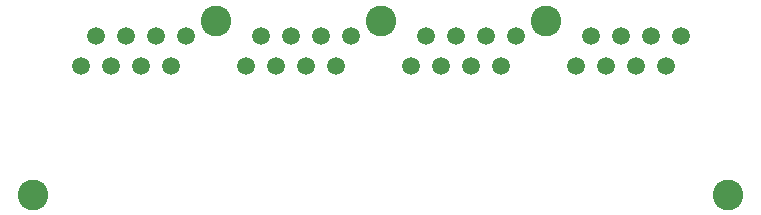
<source format=gbp>
G04 #@! TF.GenerationSoftware,KiCad,Pcbnew,6.0.11+dfsg-1*
G04 #@! TF.CreationDate,2023-11-01T17:04:38+00:00*
G04 #@! TF.ProjectId,Modular-I2C-4PxRJ45-Relay-Driver,4d6f6475-6c61-4722-9d49-32432d345078,rev?*
G04 #@! TF.SameCoordinates,Original*
G04 #@! TF.FileFunction,Paste,Bot*
G04 #@! TF.FilePolarity,Positive*
%FSLAX46Y46*%
G04 Gerber Fmt 4.6, Leading zero omitted, Abs format (unit mm)*
G04 Created by KiCad (PCBNEW 6.0.11+dfsg-1) date 2023-11-01 17:04:38*
%MOMM*%
%LPD*%
G01*
G04 APERTURE LIST*
%ADD10C,1.500000*%
%ADD11C,2.600000*%
G04 APERTURE END LIST*
D10*
X124206000Y-106692500D03*
X125476000Y-104152500D03*
X126746000Y-106692500D03*
X128016000Y-104152500D03*
X129286000Y-106692500D03*
X130556000Y-104152500D03*
X131826000Y-106692500D03*
X133096000Y-104152500D03*
X138176000Y-106692500D03*
X139446000Y-104152500D03*
X140716000Y-106692500D03*
X141986000Y-104152500D03*
X143256000Y-106692500D03*
X144526000Y-104152500D03*
X145796000Y-106692500D03*
X147066000Y-104152500D03*
X152146000Y-106692500D03*
X153416000Y-104152500D03*
X154686000Y-106692500D03*
X155956000Y-104152500D03*
X157226000Y-106692500D03*
X158496000Y-104152500D03*
X159766000Y-106692500D03*
X161036000Y-104152500D03*
X166116000Y-106692500D03*
X167386000Y-104152500D03*
X168656000Y-106692500D03*
X169926000Y-104152500D03*
X171196000Y-106692500D03*
X172466000Y-104152500D03*
X173736000Y-106692500D03*
X175006000Y-104152500D03*
D11*
X163576000Y-102882500D03*
X179006000Y-117612500D03*
X120206000Y-117612500D03*
X149606000Y-102882500D03*
X135636000Y-102882500D03*
M02*

</source>
